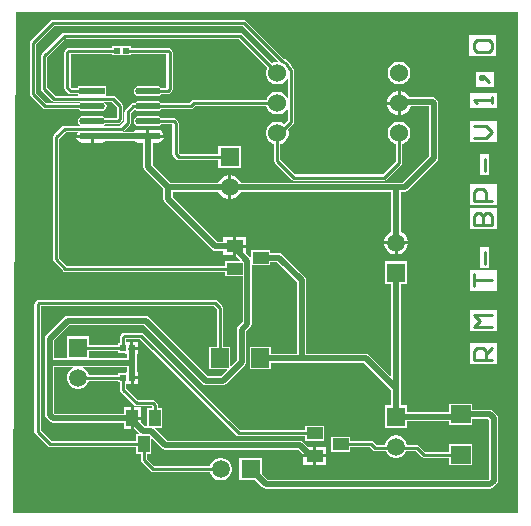
<source format=gbr>
G04*
G04 #@! TF.GenerationSoftware,Altium Limited,Altium Designer,23.1.1 (15)*
G04*
G04 Layer_Physical_Order=1*
G04 Layer_Color=255*
%FSLAX44Y44*%
%MOMM*%
G71*
G04*
G04 #@! TF.SameCoordinates,3CDF7206-D262-4709-9A5B-6562F1D84354*
G04*
G04*
G04 #@! TF.FilePolarity,Positive*
G04*
G01*
G75*
%ADD10C,0.2540*%
G04:AMPARAMS|DCode=11|XSize=2.1741mm|YSize=0.5821mm|CornerRadius=0.2911mm|HoleSize=0mm|Usage=FLASHONLY|Rotation=0.000|XOffset=0mm|YOffset=0mm|HoleType=Round|Shape=RoundedRectangle|*
%AMROUNDEDRECTD11*
21,1,2.1741,0.0000,0,0,0.0*
21,1,1.5919,0.5821,0,0,0.0*
1,1,0.5821,0.7960,0.0000*
1,1,0.5821,-0.7960,0.0000*
1,1,0.5821,-0.7960,0.0000*
1,1,0.5821,0.7960,0.0000*
%
%ADD11ROUNDEDRECTD11*%
%ADD12R,2.1741X0.5821*%
%ADD13R,0.5600X0.5200*%
%ADD14R,1.6800X1.5200*%
%ADD15R,1.4000X1.0000*%
%ADD16R,1.0000X1.4000*%
%ADD17R,1.5200X1.6800*%
%ADD18C,0.5000*%
%ADD19C,1.5000*%
%ADD20R,1.5000X1.5000*%
%ADD21C,1.5240*%
%ADD22R,1.5000X1.5000*%
G36*
X642101Y853959D02*
X213964D01*
X213893Y854030D01*
X216397Y1278371D01*
X642101D01*
Y853959D01*
D02*
G37*
%LPC*%
G36*
X623373Y1258928D02*
X600518D01*
Y1241152D01*
X623373D01*
Y1258928D01*
D02*
G37*
G36*
X542286Y1236440D02*
X539753D01*
X537307Y1235784D01*
X535113Y1234518D01*
X533322Y1232727D01*
X532056Y1230533D01*
X531400Y1228086D01*
Y1225554D01*
X532056Y1223107D01*
X533322Y1220913D01*
X535113Y1219122D01*
X537307Y1217856D01*
X539753Y1217200D01*
X542286D01*
X544733Y1217856D01*
X546927Y1219122D01*
X548718Y1220913D01*
X549984Y1223107D01*
X550640Y1225554D01*
Y1228086D01*
X549984Y1230533D01*
X548718Y1232727D01*
X546927Y1234518D01*
X544733Y1235784D01*
X542286Y1236440D01*
D02*
G37*
G36*
X621030Y1228088D02*
X605793D01*
Y1215390D01*
X621030D01*
Y1228088D01*
D02*
G37*
G36*
X539750Y1211580D02*
X539682D01*
X537098Y1210888D01*
X534782Y1209550D01*
X532890Y1207658D01*
X531552Y1205342D01*
X530860Y1202758D01*
Y1202690D01*
X539750D01*
Y1211580D01*
D02*
G37*
G36*
X623570Y1210308D02*
X600715D01*
Y1197610D01*
X623570D01*
Y1210308D01*
D02*
G37*
G36*
X539750Y1200150D02*
X530860D01*
Y1200082D01*
X531552Y1197498D01*
X532890Y1195182D01*
X534782Y1193290D01*
X537098Y1191952D01*
X539682Y1191260D01*
X539750D01*
Y1200150D01*
D02*
G37*
G36*
X409734Y1271799D02*
X247650D01*
X246659Y1271601D01*
X245819Y1271040D01*
X229309Y1254530D01*
X228747Y1253690D01*
X228550Y1252699D01*
Y1209040D01*
X228747Y1208049D01*
X229309Y1207209D01*
X239469Y1197049D01*
X240309Y1196487D01*
X241300Y1196290D01*
X269882D01*
X270166Y1195866D01*
X271549Y1194942D01*
X273180Y1194617D01*
X289099D01*
X290730Y1194942D01*
X292113Y1195866D01*
X293037Y1197249D01*
X293362Y1198880D01*
X293037Y1200511D01*
X292113Y1201894D01*
X291140Y1202545D01*
X291169Y1202640D01*
X297377D01*
X302210Y1197807D01*
Y1188770D01*
X292397D01*
X292113Y1189194D01*
X290730Y1190118D01*
X289099Y1190443D01*
X273180D01*
X271549Y1190118D01*
X270166Y1189194D01*
X269242Y1187811D01*
X268917Y1186180D01*
X269242Y1184549D01*
X270166Y1183166D01*
X271139Y1182515D01*
X271110Y1182420D01*
X257810D01*
X256819Y1182223D01*
X255979Y1181661D01*
X248501Y1174184D01*
X247940Y1173344D01*
X247743Y1172353D01*
Y1069197D01*
X247940Y1068206D01*
X248501Y1067366D01*
X256589Y1059279D01*
X257429Y1058717D01*
X258420Y1058520D01*
X393480D01*
Y1054840D01*
X408716D01*
Y1016132D01*
X404952Y1012368D01*
X404119Y1011121D01*
X403826Y1009650D01*
X403826Y1009650D01*
Y983994D01*
X398362Y978530D01*
X398270Y978568D01*
Y995190D01*
X391990D01*
Y1027920D01*
X391793Y1028911D01*
X391231Y1029751D01*
X386641Y1034341D01*
X385801Y1034903D01*
X384810Y1035100D01*
X236438D01*
X235447Y1034903D01*
X234607Y1034341D01*
X233119Y1032853D01*
X232557Y1032013D01*
X232360Y1031022D01*
Y923290D01*
X232557Y922299D01*
X233119Y921459D01*
X243696Y910881D01*
X244536Y910320D01*
X245527Y910123D01*
X318539D01*
Y904443D01*
X322530D01*
Y899160D01*
X322727Y898169D01*
X323289Y897329D01*
X330909Y889709D01*
X331749Y889147D01*
X332740Y888950D01*
X380749D01*
X381037Y887873D01*
X382288Y885707D01*
X384057Y883938D01*
X386223Y882687D01*
X388639Y882040D01*
X391141D01*
X393557Y882687D01*
X395723Y883938D01*
X397492Y885707D01*
X398743Y887873D01*
X399390Y890289D01*
Y892791D01*
X398743Y895207D01*
X397492Y897373D01*
X395723Y899142D01*
X393557Y900393D01*
X391141Y901040D01*
X388639D01*
X386223Y900393D01*
X384057Y899142D01*
X382288Y897373D01*
X381037Y895207D01*
X380749Y894130D01*
X333813D01*
X327710Y900233D01*
Y904443D01*
X331079D01*
Y918264D01*
X331171Y918302D01*
X340331Y909142D01*
X340331Y909142D01*
X341579Y908309D01*
X343050Y908016D01*
X343050Y908016D01*
X455608D01*
X459473Y904151D01*
X468271D01*
Y910421D01*
X464075D01*
X459918Y914578D01*
X458671Y915411D01*
X457200Y915704D01*
X457200Y915704D01*
X344642D01*
X333995Y926350D01*
X334034Y926443D01*
X340579D01*
Y942983D01*
X336899D01*
Y945932D01*
X336701Y946923D01*
X336140Y947763D01*
X334652Y949251D01*
X333812Y949813D01*
X332821Y950010D01*
X319843D01*
X309930Y959923D01*
Y963870D01*
X313680D01*
Y969010D01*
X314950D01*
Y970280D01*
X320290D01*
Y974150D01*
X318794D01*
Y981418D01*
Y988875D01*
X320101D01*
Y992745D01*
X314761D01*
Y994015D01*
X313491D01*
Y999155D01*
X309751D01*
Y1001980D01*
X321507D01*
X403299Y920189D01*
X404139Y919627D01*
X405130Y919430D01*
X461271D01*
Y915611D01*
X477811D01*
Y928151D01*
X461271D01*
Y924610D01*
X406203D01*
X324411Y1006401D01*
X323571Y1006963D01*
X322580Y1007160D01*
X308649D01*
X307658Y1006963D01*
X306818Y1006401D01*
X305330Y1004913D01*
X304769Y1004073D01*
X304572Y1003082D01*
Y997885D01*
X303091D01*
Y996605D01*
X278740D01*
Y1003910D01*
X259740D01*
Y985262D01*
X248954D01*
Y1000438D01*
X261942Y1013426D01*
X325179D01*
X374854Y963752D01*
X376101Y962919D01*
X377572Y962626D01*
X391738D01*
X391738Y962626D01*
X393209Y962919D01*
X394456Y963752D01*
X410388Y979684D01*
X411221Y980931D01*
X411514Y982402D01*
X411514Y982402D01*
Y1008058D01*
X415278Y1011822D01*
X415278Y1011822D01*
X416111Y1013069D01*
X416404Y1014540D01*
Y1064340D01*
X432020D01*
Y1066766D01*
X437828D01*
X454626Y1049968D01*
Y989364D01*
X432270D01*
Y995190D01*
X414530D01*
Y975850D01*
X432270D01*
Y981676D01*
X511488D01*
X534636Y958528D01*
Y945490D01*
X528980D01*
Y926490D01*
X547980D01*
Y932146D01*
X583420D01*
Y928880D01*
X602760D01*
Y933906D01*
X616509D01*
X617186Y933229D01*
Y883361D01*
X616509Y882684D01*
X429582D01*
X424790Y887476D01*
Y901040D01*
X405790D01*
Y882040D01*
X419354D01*
X425272Y876122D01*
X425272Y876122D01*
X426519Y875289D01*
X427990Y874996D01*
X427990Y874996D01*
X618101D01*
X618101Y874996D01*
X619572Y875289D01*
X620819Y876122D01*
X623748Y879051D01*
X623748Y879051D01*
X624581Y880298D01*
X624874Y881769D01*
Y934821D01*
X624581Y936292D01*
X623748Y937539D01*
X623748Y937539D01*
X620819Y940468D01*
X619572Y941301D01*
X618101Y941594D01*
X618101Y941594D01*
X602760D01*
Y946620D01*
X583420D01*
Y939834D01*
X547980D01*
Y945490D01*
X542324D01*
Y960120D01*
X542324Y960120D01*
X542324Y960120D01*
Y1048410D01*
X547980D01*
Y1067410D01*
X528980D01*
Y1048410D01*
X534636D01*
Y969530D01*
X534544Y969492D01*
X515798Y988238D01*
X514551Y989071D01*
X513080Y989364D01*
X513080Y989364D01*
X462314D01*
Y1051560D01*
X462021Y1053031D01*
X461188Y1054278D01*
X461188Y1054278D01*
X442138Y1073328D01*
X440891Y1074161D01*
X439420Y1074454D01*
X439420Y1074454D01*
X432020D01*
Y1076880D01*
X415480D01*
Y1070276D01*
X415384Y1070247D01*
X415278Y1070406D01*
X415278Y1070406D01*
X411290Y1074394D01*
Y1078840D01*
X403020D01*
Y1071792D01*
X407340Y1067472D01*
X407301Y1067380D01*
X393480D01*
Y1063700D01*
X259493D01*
X252922Y1070270D01*
Y1171280D01*
X258883Y1177240D01*
X269031D01*
X269078Y1177152D01*
X268045Y1175607D01*
X267875Y1174750D01*
X281139D01*
Y1173480D01*
X282409D01*
Y1167923D01*
X289099D01*
X291226Y1168346D01*
X293029Y1169550D01*
X293086Y1169636D01*
X316514D01*
X316571Y1169550D01*
X318374Y1168346D01*
X320501Y1167923D01*
X324617D01*
Y1147260D01*
X324617Y1147259D01*
X324909Y1145788D01*
X325743Y1144541D01*
X341576Y1128708D01*
Y1120160D01*
X341576Y1120160D01*
X341869Y1118689D01*
X342702Y1117442D01*
X382752Y1077392D01*
X383999Y1076559D01*
X385470Y1076266D01*
X385470Y1076266D01*
X392210D01*
Y1072570D01*
X400480D01*
Y1080110D01*
Y1087650D01*
X392210D01*
Y1083954D01*
X387062D01*
X349264Y1121752D01*
Y1126456D01*
X388146D01*
X388154Y1126425D01*
X389476Y1124135D01*
X391345Y1122266D01*
X393635Y1120944D01*
X396188Y1120260D01*
X396240D01*
Y1130300D01*
Y1140340D01*
X396188D01*
X393635Y1139656D01*
X391345Y1138334D01*
X389476Y1136465D01*
X388154Y1134175D01*
X388146Y1134144D01*
X347012D01*
X332304Y1148852D01*
Y1167923D01*
X336420D01*
X338547Y1168346D01*
X340350Y1169550D01*
X341555Y1171353D01*
X341725Y1172210D01*
X328461D01*
Y1173480D01*
X327191D01*
Y1179037D01*
X320501D01*
X318374Y1178614D01*
X316571Y1177410D01*
X316514Y1177324D01*
X307000D01*
X306991Y1177423D01*
X307061Y1177437D01*
X307901Y1177999D01*
X312981Y1183079D01*
X313543Y1183919D01*
X313740Y1184910D01*
Y1192727D01*
X317171Y1196159D01*
X317299Y1196148D01*
X317487Y1195866D01*
X318870Y1194942D01*
X320501Y1194617D01*
X336420D01*
X338051Y1194942D01*
X339434Y1195866D01*
X339718Y1196290D01*
X364490D01*
X365481Y1196487D01*
X366321Y1197049D01*
X368103Y1198830D01*
X428755D01*
X429056Y1197707D01*
X430322Y1195513D01*
X432113Y1193722D01*
X434307Y1192456D01*
X436754Y1191800D01*
X439286D01*
X441733Y1192456D01*
X443927Y1193722D01*
X445718Y1195513D01*
X446764Y1197325D01*
X446860Y1197299D01*
Y1186461D01*
X444022Y1183623D01*
X443927Y1183718D01*
X441733Y1184984D01*
X439286Y1185640D01*
X436754D01*
X434307Y1184984D01*
X432113Y1183718D01*
X430322Y1181927D01*
X429056Y1179733D01*
X428400Y1177287D01*
Y1174753D01*
X429056Y1172307D01*
X430322Y1170113D01*
X432113Y1168322D01*
X434307Y1167056D01*
X435430Y1166755D01*
Y1152499D01*
X435627Y1151508D01*
X436189Y1150668D01*
X450289Y1136568D01*
X451129Y1136006D01*
X452120Y1135809D01*
X528320D01*
X529311Y1136006D01*
X530151Y1136568D01*
X542851Y1149268D01*
X543413Y1150108D01*
X543610Y1151099D01*
Y1166755D01*
X544733Y1167056D01*
X546927Y1168322D01*
X548718Y1170113D01*
X549984Y1172307D01*
X550640Y1174753D01*
Y1177287D01*
X549984Y1179733D01*
X548718Y1181927D01*
X546927Y1183718D01*
X544733Y1184984D01*
X542286Y1185640D01*
X539753D01*
X537307Y1184984D01*
X535113Y1183718D01*
X533322Y1181927D01*
X532056Y1179733D01*
X531400Y1177287D01*
Y1174753D01*
X532056Y1172307D01*
X533322Y1170113D01*
X535113Y1168322D01*
X537307Y1167056D01*
X538430Y1166755D01*
Y1152171D01*
X527247Y1140989D01*
X453193D01*
X440610Y1153571D01*
Y1166755D01*
X441733Y1167056D01*
X443927Y1168322D01*
X445718Y1170113D01*
X446984Y1172307D01*
X447640Y1174753D01*
Y1177287D01*
X447084Y1179361D01*
X451281Y1183558D01*
X451843Y1184398D01*
X452040Y1185389D01*
Y1229493D01*
X451843Y1230484D01*
X451281Y1231324D01*
X450273Y1232333D01*
X449751Y1233593D01*
X447598Y1236398D01*
X444793Y1238551D01*
X443533Y1239073D01*
X411566Y1271040D01*
X410726Y1271601D01*
X409734Y1271799D01*
D02*
G37*
G36*
X336420Y1179037D02*
X329731D01*
Y1174750D01*
X341725D01*
X341555Y1175607D01*
X340350Y1177410D01*
X338547Y1178614D01*
X336420Y1179037D01*
D02*
G37*
G36*
X623570Y1186177D02*
X600715D01*
Y1168400D01*
X623570D01*
Y1186177D01*
D02*
G37*
G36*
X279869Y1172210D02*
X267875D01*
X268045Y1171353D01*
X269250Y1169550D01*
X271053Y1168346D01*
X273180Y1167923D01*
X279869D01*
Y1172210D01*
D02*
G37*
G36*
X336420Y1190443D02*
X320501D01*
X318870Y1190118D01*
X317487Y1189194D01*
X316563Y1187811D01*
X316238Y1186180D01*
X316563Y1184549D01*
X317487Y1183166D01*
X318870Y1182242D01*
X320501Y1181917D01*
X336420D01*
X338051Y1182242D01*
X339434Y1183166D01*
X339718Y1183590D01*
X349200D01*
Y1158240D01*
X349397Y1157249D01*
X349959Y1156409D01*
X352499Y1153869D01*
X353339Y1153307D01*
X354330Y1153110D01*
X388010D01*
Y1146200D01*
X407010D01*
Y1165200D01*
X388010D01*
Y1158290D01*
X355403D01*
X354380Y1159313D01*
Y1184692D01*
X354183Y1185683D01*
X353621Y1186523D01*
X352133Y1188011D01*
X351293Y1188573D01*
X350302Y1188770D01*
X339718D01*
X339434Y1189194D01*
X338051Y1190118D01*
X336420Y1190443D01*
D02*
G37*
G36*
X617220Y1158237D02*
X609600D01*
Y1140460D01*
X617220D01*
Y1158237D01*
D02*
G37*
G36*
X542358Y1211580D02*
X542290D01*
Y1201420D01*
Y1191260D01*
X542358D01*
X544942Y1191952D01*
X547258Y1193290D01*
X549150Y1195182D01*
X550488Y1197498D01*
X550849Y1198846D01*
X566386D01*
Y1156240D01*
X544290Y1134144D01*
X406874D01*
X406866Y1134175D01*
X405544Y1136465D01*
X403675Y1138334D01*
X401385Y1139656D01*
X398832Y1140340D01*
X398780D01*
Y1130300D01*
Y1120260D01*
X398832D01*
X401385Y1120944D01*
X403675Y1122266D01*
X405544Y1124135D01*
X406866Y1126425D01*
X406874Y1126456D01*
X534636D01*
Y1092674D01*
X534605Y1092666D01*
X532315Y1091344D01*
X530446Y1089475D01*
X529124Y1087185D01*
X528440Y1084632D01*
Y1084580D01*
X538480D01*
X548520D01*
Y1084632D01*
X547836Y1087185D01*
X546514Y1089475D01*
X544645Y1091344D01*
X542355Y1092666D01*
X542324Y1092674D01*
Y1126456D01*
X545882D01*
X545882Y1126456D01*
X547353Y1126749D01*
X548600Y1127582D01*
X572948Y1151930D01*
X572948Y1151930D01*
X573781Y1153177D01*
X574074Y1154648D01*
Y1201202D01*
X573781Y1202673D01*
X572948Y1203920D01*
X572948Y1203920D01*
X571460Y1205408D01*
X570213Y1206241D01*
X568742Y1206534D01*
X568742Y1206534D01*
X549799D01*
X549150Y1207658D01*
X547258Y1209550D01*
X544942Y1210888D01*
X542358Y1211580D01*
D02*
G37*
G36*
X623570Y1132837D02*
X600715D01*
Y1115060D01*
X623570D01*
Y1132837D01*
D02*
G37*
G36*
Y1112517D02*
X600715D01*
Y1094740D01*
X623570D01*
Y1112517D01*
D02*
G37*
G36*
X411290Y1087650D02*
X403020D01*
Y1081380D01*
X411290D01*
Y1087650D01*
D02*
G37*
G36*
X548520Y1082040D02*
X539750D01*
Y1073270D01*
X539802D01*
X542355Y1073954D01*
X544645Y1075276D01*
X546514Y1077145D01*
X547836Y1079435D01*
X548520Y1081988D01*
Y1082040D01*
D02*
G37*
G36*
X537210D02*
X528440D01*
Y1081988D01*
X529124Y1079435D01*
X530446Y1077145D01*
X532315Y1075276D01*
X534605Y1073954D01*
X537158Y1073270D01*
X537210D01*
Y1082040D01*
D02*
G37*
G36*
X617220Y1079497D02*
X609600D01*
Y1061720D01*
X617220D01*
Y1079497D01*
D02*
G37*
G36*
X623570Y1060447D02*
X600715D01*
Y1042670D01*
X623570D01*
Y1060447D01*
D02*
G37*
G36*
Y1026157D02*
X600715D01*
Y1008380D01*
X623570D01*
Y1026157D01*
D02*
G37*
G36*
X320101Y999155D02*
X316031D01*
Y995285D01*
X320101D01*
Y999155D01*
D02*
G37*
G36*
X623570Y998217D02*
X600715D01*
Y980440D01*
X623570D01*
Y998217D01*
D02*
G37*
G36*
X320290Y967740D02*
X316220D01*
Y963870D01*
X320290D01*
Y967740D01*
D02*
G37*
G36*
X539731Y920090D02*
X537229D01*
X534813Y919443D01*
X532647Y918192D01*
X530878Y916423D01*
X529627Y914257D01*
X528998Y911910D01*
X521773D01*
X518721Y914961D01*
X517881Y915523D01*
X516890Y915720D01*
X499811D01*
Y918651D01*
X483271D01*
Y906111D01*
X499811D01*
Y910540D01*
X515817D01*
X518869Y907489D01*
X519709Y906927D01*
X520700Y906730D01*
X529739D01*
X530878Y904757D01*
X532647Y902988D01*
X534813Y901737D01*
X537229Y901090D01*
X539731D01*
X542147Y901737D01*
X544313Y902988D01*
X546082Y904757D01*
X547221Y906730D01*
X555187D01*
X559999Y901919D01*
X560839Y901357D01*
X561830Y901160D01*
X583420D01*
Y894880D01*
X602760D01*
Y912620D01*
X583420D01*
Y906340D01*
X562903D01*
X558091Y911151D01*
X557251Y911713D01*
X556260Y911910D01*
X547962D01*
X547333Y914257D01*
X546082Y916423D01*
X544313Y918192D01*
X542147Y919443D01*
X539731Y920090D01*
D02*
G37*
G36*
X479081Y910421D02*
X470811D01*
Y904151D01*
X479081D01*
Y910421D01*
D02*
G37*
G36*
Y901611D02*
X470811D01*
Y895341D01*
X479081D01*
Y901611D01*
D02*
G37*
G36*
X468271D02*
X460001D01*
Y895341D01*
X468271D01*
Y901611D01*
D02*
G37*
%LPD*%
G36*
X438748Y1236532D02*
X438710Y1236440D01*
X436754D01*
X434307Y1235784D01*
X433300Y1235203D01*
X408101Y1260401D01*
X407261Y1260963D01*
X406270Y1261160D01*
X257810D01*
X256819Y1260963D01*
X255979Y1260401D01*
X238616Y1243038D01*
X238055Y1242198D01*
X237857Y1241207D01*
Y1213703D01*
X238055Y1212712D01*
X238616Y1211872D01*
X247089Y1203399D01*
X247929Y1202837D01*
X248920Y1202640D01*
X271110D01*
X271139Y1202545D01*
X270166Y1201894D01*
X269882Y1201470D01*
X242373D01*
X233730Y1210113D01*
Y1251626D01*
X248723Y1266619D01*
X408662D01*
X438748Y1236532D01*
D02*
G37*
G36*
X429637Y1231540D02*
X429056Y1230533D01*
X428400Y1228086D01*
Y1225554D01*
X429056Y1223107D01*
X430322Y1220913D01*
X432113Y1219122D01*
X434307Y1217856D01*
X436754Y1217200D01*
X439286D01*
X441733Y1217856D01*
X443927Y1219122D01*
X445718Y1220913D01*
X446764Y1222725D01*
X446860Y1222699D01*
Y1205541D01*
X446764Y1205516D01*
X445718Y1207327D01*
X443927Y1209118D01*
X441733Y1210384D01*
X439286Y1211040D01*
X436754D01*
X434307Y1210384D01*
X432113Y1209118D01*
X430322Y1207327D01*
X429056Y1205133D01*
X428755Y1204010D01*
X367030D01*
X366039Y1203813D01*
X365199Y1203251D01*
X363417Y1201470D01*
X339718D01*
X339434Y1201894D01*
X338051Y1202818D01*
X336420Y1203143D01*
X320501D01*
X318870Y1202818D01*
X317487Y1201894D01*
X317152Y1201393D01*
X316153D01*
X315162Y1201196D01*
X314322Y1200635D01*
X309319Y1195631D01*
X308757Y1194791D01*
X308560Y1193800D01*
Y1185983D01*
X304997Y1182420D01*
X291169D01*
X291140Y1182515D01*
X292113Y1183166D01*
X292397Y1183590D01*
X303312D01*
X304303Y1183787D01*
X305143Y1184349D01*
X306631Y1185837D01*
X307193Y1186677D01*
X307390Y1187668D01*
Y1198880D01*
X307193Y1199871D01*
X306631Y1200711D01*
X300281Y1207061D01*
X299441Y1207623D01*
X298450Y1207820D01*
X293280D01*
Y1215761D01*
X268999D01*
Y1214170D01*
X263963D01*
X262920Y1215213D01*
Y1243260D01*
X298190D01*
Y1242000D01*
X313930D01*
Y1243280D01*
X344120D01*
Y1214170D01*
X339718D01*
X339434Y1214594D01*
X338051Y1215518D01*
X336420Y1215843D01*
X320501D01*
X318870Y1215518D01*
X317487Y1214594D01*
X316563Y1213211D01*
X316238Y1211580D01*
X316563Y1209949D01*
X317487Y1208566D01*
X318870Y1207642D01*
X320501Y1207317D01*
X336420D01*
X338051Y1207642D01*
X339434Y1208566D01*
X339718Y1208990D01*
X345222D01*
X346213Y1209187D01*
X347053Y1209749D01*
X348541Y1211237D01*
X349103Y1212077D01*
X349300Y1213068D01*
Y1244382D01*
X349103Y1245373D01*
X348541Y1246213D01*
X347053Y1247701D01*
X346213Y1248263D01*
X345222Y1248460D01*
X313930D01*
Y1249740D01*
X298190D01*
Y1248440D01*
X261818D01*
X260827Y1248243D01*
X259987Y1247681D01*
X258499Y1246193D01*
X257937Y1245353D01*
X257740Y1244362D01*
Y1214140D01*
X257937Y1213149D01*
X258499Y1212309D01*
X261059Y1209749D01*
X261899Y1209187D01*
X262890Y1208990D01*
X268999D01*
Y1207820D01*
X249993D01*
X243037Y1214776D01*
Y1240134D01*
X258883Y1255980D01*
X405197D01*
X429637Y1231540D01*
D02*
G37*
G36*
X303091Y990145D02*
X309421D01*
Y988875D01*
X311106D01*
Y985262D01*
X278740D01*
Y991425D01*
X303091D01*
Y990145D01*
D02*
G37*
G36*
X311106Y974150D02*
X309610D01*
Y972880D01*
X303280D01*
Y971600D01*
X278381D01*
X278093Y972677D01*
X276842Y974843D01*
X275073Y976612D01*
X273573Y977478D01*
X273599Y977574D01*
X311106D01*
Y974150D01*
D02*
G37*
G36*
X386810Y1026847D02*
Y995190D01*
X380530D01*
Y975850D01*
X395551D01*
X395590Y975758D01*
X390146Y970314D01*
X379164D01*
X329490Y1019988D01*
X328243Y1020821D01*
X326772Y1021114D01*
X326772Y1021114D01*
X260350D01*
X258879Y1020821D01*
X257632Y1019988D01*
X257632Y1019988D01*
X242392Y1004748D01*
X241559Y1003501D01*
X241266Y1002030D01*
X241266Y1002030D01*
Y981418D01*
Y937642D01*
X241266Y937642D01*
X241559Y936171D01*
X242392Y934923D01*
X245321Y931995D01*
X245321Y931995D01*
X246568Y931161D01*
X248039Y930869D01*
X307769D01*
Y925173D01*
X314039D01*
Y934713D01*
Y944253D01*
X307769D01*
Y938556D01*
X249631D01*
X248954Y939234D01*
Y977574D01*
X264881D01*
X264907Y977478D01*
X263407Y976612D01*
X261638Y974843D01*
X260387Y972677D01*
X259740Y970261D01*
Y967759D01*
X260387Y965343D01*
X261638Y963177D01*
X263407Y961408D01*
X265573Y960157D01*
X267989Y959510D01*
X270491D01*
X272907Y960157D01*
X275073Y961408D01*
X276842Y963177D01*
X278093Y965343D01*
X278381Y966420D01*
X303280D01*
Y965140D01*
X304750D01*
Y958850D01*
X304947Y957859D01*
X305509Y957019D01*
X316939Y945589D01*
X317779Y945027D01*
X318770Y944830D01*
X331719D01*
Y942983D01*
X328039D01*
Y927746D01*
X325711D01*
X322849Y930609D01*
Y933443D01*
X316579D01*
Y925173D01*
X317413D01*
X321401Y921185D01*
X321401Y921184D01*
X321560Y921078D01*
X321531Y920983D01*
X318539D01*
Y915302D01*
X246600D01*
X237540Y924363D01*
Y1029920D01*
X383737D01*
X386810Y1026847D01*
D02*
G37*
%LPC*%
G36*
X322849Y944253D02*
X316579D01*
Y935983D01*
X322849D01*
Y944253D01*
D02*
G37*
%LPD*%
D10*
X448165Y1230778D02*
G03*
X441978Y1236965I-10145J-3958D01*
G01*
X257810Y1258570D02*
X406270D01*
X438020Y1226820D01*
X240447Y1241207D02*
X257810Y1258570D01*
X306070Y1179830D02*
X311150Y1184910D01*
Y1193800D02*
X316153Y1198803D01*
X311150Y1184910D02*
Y1193800D01*
X328461Y1198880D02*
X364490D01*
X328384Y1198803D02*
X328461Y1198880D01*
X316153Y1198803D02*
X328384D01*
X257810Y1179830D02*
X306070D01*
X250333Y1172353D02*
X257810Y1179830D01*
X250333Y1069197D02*
X258420Y1061110D01*
X250333Y1069197D02*
Y1172353D01*
X298450Y1205230D02*
X304800Y1198880D01*
Y1187668D02*
Y1198880D01*
X248920Y1205230D02*
X298450D01*
X240447Y1213703D02*
X248920Y1205230D01*
X240447Y1213703D02*
Y1241207D01*
X231140Y1209040D02*
Y1252699D01*
X241300Y1198880D02*
X281139D01*
X231140Y1209040D02*
X241300Y1198880D01*
X231140Y1252699D02*
X247650Y1269209D01*
X448165Y1230778D02*
X449450Y1229493D01*
X448165Y1230778D02*
X448165Y1230778D01*
X441978Y1236965D02*
X441978Y1236965D01*
X409734Y1269209D02*
X441978Y1236965D01*
X281139Y1186180D02*
X303312D01*
X304800Y1187668D01*
X367030Y1201420D02*
X438020D01*
X364490Y1198880D02*
X367030Y1201420D01*
X351790Y1158240D02*
Y1184692D01*
X328461Y1186180D02*
X350302D01*
X351790Y1184692D01*
X354330Y1155700D02*
X397510D01*
X351790Y1158240D02*
X354330Y1155700D01*
X449450Y1185389D02*
Y1229493D01*
X247650Y1269209D02*
X409734D01*
X438020Y1152499D02*
X452120Y1138399D01*
X440081Y1176020D02*
X449450Y1185389D01*
X528320Y1138399D02*
X541020Y1151099D01*
X438020Y1176020D02*
X440081D01*
X541020Y1151099D02*
Y1176020D01*
X452120Y1138399D02*
X528320D01*
X438020Y1152499D02*
Y1176020D01*
X261818Y1245850D02*
X301030D01*
X260330Y1214140D02*
X262890Y1211580D01*
X260330Y1214140D02*
Y1244362D01*
X261818Y1245850D01*
X262890Y1211580D02*
X281139D01*
X309860Y1245870D02*
X345222D01*
Y1211580D02*
X346710Y1213068D01*
X345222Y1245870D02*
X346710Y1244382D01*
X328461Y1211580D02*
X345222D01*
X346710Y1213068D02*
Y1244382D01*
X332740Y891540D02*
X389890D01*
X325120Y899160D02*
X332740Y891540D01*
X325120Y899160D02*
Y912401D01*
X324809Y912713D02*
X325120Y912401D01*
X258420Y1061110D02*
X401750D01*
X556260Y909320D02*
X561830Y903750D01*
X593090D01*
X538480Y909320D02*
X556260D01*
X537210D02*
X538480Y910590D01*
X520700Y909320D02*
X537210D01*
X516890Y913130D02*
X520700Y909320D01*
X234950Y1031022D02*
X236438Y1032510D01*
X384810D01*
X234950Y923290D02*
X245527Y912713D01*
X234950Y923290D02*
Y1031022D01*
X308649Y1004570D02*
X322580D01*
X405130Y922020D01*
X469402D01*
X307161Y1003082D02*
X308649Y1004570D01*
X307161Y994015D02*
Y1003082D01*
X389400Y985520D02*
Y1027920D01*
X384810Y1032510D02*
X389400Y1027920D01*
X491541Y912381D02*
X492290Y913130D01*
X516890D01*
X245527Y912713D02*
X324809D01*
X469402Y922020D02*
X469541Y921881D01*
X269240Y969010D02*
X307350D01*
X318770Y947420D02*
X332821D01*
X334309Y934713D02*
Y945932D01*
X332821Y947420D02*
X334309Y945932D01*
X307340Y958850D02*
X318770Y947420D01*
X307340Y958850D02*
Y969000D01*
X307350Y969010D01*
X269240Y994410D02*
X269635Y994015D01*
X307161D01*
X301030Y1247100D02*
X302260Y1245870D01*
X269240Y996950D02*
X269250Y996940D01*
X614681Y1221739D02*
X612142Y1224278D01*
X609603D01*
Y1221739D01*
X612142D01*
Y1224278D01*
X614681Y1221739D01*
X617220Y1219200D01*
X619760Y1201420D02*
Y1206498D01*
Y1203959D01*
X604525D01*
X607064Y1201420D01*
X606867Y1244961D02*
X604328Y1247501D01*
Y1252579D01*
X606867Y1255118D01*
X617024D01*
X619563Y1252579D01*
Y1247501D01*
X617024Y1244961D01*
X606867D01*
X604525Y1172210D02*
X614682D01*
X619760Y1177288D01*
X614682Y1182367D01*
X604525D01*
X613410Y1144270D02*
Y1154427D01*
X619760Y1118870D02*
X604525D01*
Y1126488D01*
X607064Y1129027D01*
X612142D01*
X614682Y1126488D01*
Y1118870D01*
X604525Y1098550D02*
X619760D01*
Y1106168D01*
X617221Y1108707D01*
X614682D01*
X612142Y1106168D01*
Y1098550D01*
Y1106168D01*
X609603Y1108707D01*
X607064D01*
X604525Y1106168D01*
Y1098550D01*
X613410Y1065530D02*
Y1075687D01*
X604525Y1046480D02*
Y1056637D01*
Y1051558D01*
X619760D01*
Y1012190D02*
X604525D01*
X609603Y1017268D01*
X604525Y1022347D01*
X619760D01*
Y984250D02*
X604525D01*
Y991868D01*
X607064Y994407D01*
X612142D01*
X614682Y991868D01*
Y984250D01*
Y989328D02*
X619760Y994407D01*
D11*
X328461Y1211580D02*
D03*
Y1198880D02*
D03*
Y1186180D02*
D03*
Y1173480D02*
D03*
X281139D02*
D03*
Y1186180D02*
D03*
Y1198880D02*
D03*
D12*
Y1211580D02*
D03*
D13*
X302260Y1245870D02*
D03*
X309860D02*
D03*
X307350Y969010D02*
D03*
X314950D02*
D03*
X307161Y994015D02*
D03*
X314761D02*
D03*
D14*
X593090Y903750D02*
D03*
Y937750D02*
D03*
D15*
X423750Y1070610D02*
D03*
X401750Y1061110D02*
D03*
Y1080110D02*
D03*
X491541Y912381D02*
D03*
X469541Y902881D02*
D03*
Y921881D02*
D03*
D16*
X324809Y912713D02*
D03*
X315309Y934713D02*
D03*
X334309D02*
D03*
D17*
X389400Y985520D02*
D03*
X423400D02*
D03*
D18*
X328461Y1147259D02*
X345420Y1130300D01*
X538480D01*
X328461Y1147259D02*
Y1173480D01*
X345420Y1120160D02*
Y1130300D01*
X400944Y1079304D02*
X412560Y1067688D01*
X281139Y1173480D02*
X328461D01*
X458470Y985520D02*
X513080D01*
X423400D02*
X458470D01*
X439420Y1070610D02*
X458470Y1051560D01*
Y985520D02*
Y1051560D01*
X423750Y1070610D02*
X439420D01*
X466179Y902881D02*
X469541D01*
X248039Y934713D02*
X315309D01*
X245110Y937642D02*
X248039Y934713D01*
X245110Y937642D02*
Y981418D01*
X315309Y932713D02*
Y934713D01*
Y932713D02*
X324119Y923903D01*
X331007D01*
X245110Y981418D02*
X314950D01*
Y969010D02*
Y981418D01*
X245110D02*
Y1002030D01*
X260350Y1017270D01*
X314950Y981418D02*
Y993827D01*
X407670Y982402D02*
Y1009650D01*
X412560Y1014540D02*
Y1067688D01*
X407670Y1009650D02*
X412560Y1014540D01*
X538480Y935990D02*
Y960120D01*
X513080Y985520D02*
X538480Y960120D01*
Y1057910D01*
X621030Y881769D02*
Y934821D01*
X427990Y878840D02*
X618101D01*
Y937750D02*
X621030Y934821D01*
X593090Y937750D02*
X618101D01*
Y878840D02*
X621030Y881769D01*
X326772Y1017270D02*
X377572Y966470D01*
X260350Y1017270D02*
X326772D01*
X538480Y935990D02*
X591330D01*
X593090Y937750D01*
X415290Y891540D02*
X427990Y878840D01*
X377572Y966470D02*
X391738D01*
X407670Y982402D01*
X313771Y993025D02*
X314761Y994015D01*
X538480Y1130300D02*
X545882D01*
X538480Y1083310D02*
Y1130300D01*
X423400Y1070260D02*
X423750Y1070610D01*
X385470Y1080110D02*
X401750D01*
X345420Y1120160D02*
X385470Y1080110D01*
X331007Y923903D02*
X343050Y911860D01*
X457200D02*
X466179Y902881D01*
X343050Y911860D02*
X457200D01*
X314761Y994015D02*
X314950Y993827D01*
X536158Y1085632D02*
X538480Y1083310D01*
X568742Y1202690D02*
X570230Y1201202D01*
Y1154648D02*
Y1201202D01*
X541020Y1201420D02*
X542290Y1202690D01*
X568742D01*
X545882Y1130300D02*
X570230Y1154648D01*
D19*
X538480Y910590D02*
D03*
Y1083310D02*
D03*
X269240Y969010D02*
D03*
X389890Y891540D02*
D03*
X397510Y1130300D02*
D03*
D20*
X538480Y935990D02*
D03*
Y1057910D02*
D03*
X269240Y994410D02*
D03*
X397510Y1155700D02*
D03*
D21*
X541020Y1226820D02*
D03*
Y1176020D02*
D03*
Y1201420D02*
D03*
X438020Y1176020D02*
D03*
Y1201420D02*
D03*
Y1226820D02*
D03*
D22*
X415290Y891540D02*
D03*
M02*

</source>
